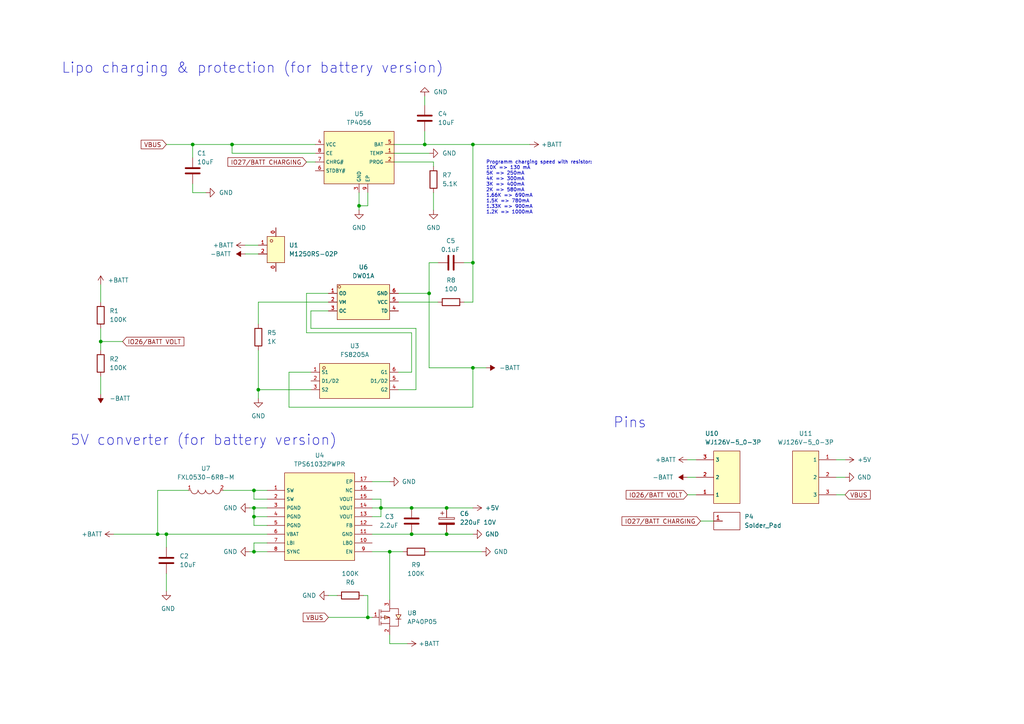
<source format=kicad_sch>
(kicad_sch (version 20211123) (generator eeschema)
  (paper "A4")
  (lib_symbols
    (symbol "Device:0.1uF_0603" (pin_numbers hide) (pin_names (offset 0.254))
      (property "Reference" "C" (at 0.635 2.54 0))
      (property "Value" "0.1uF_0603" (at 0.635 -2.54 0))
      (symbol "0.1uF_0603_0_1"
        (polyline (pts (xy -2.032 -0.762) (xy 2.032 -0.762)) (stroke (width 0.508)))
        (polyline (pts (xy -2.032 0.762) (xy 2.032 0.762)) (stroke (width 0.508)))
      )
      (symbol "0.1uF_0603_1_1"
        (pin passive line (at 0 3.81 270) (length 2.794) (name "~") (number "1"))
        (pin passive line (at 0 -3.81 90) (length 2.794) (name "~") (number "2"))
      )
    )
    (symbol "Device:10uF 0603" (pin_numbers hide) (pin_names (offset 0.254))
      (property "Reference" "C" (at 0.635 2.54 0))
      (property "Value" "10uF 0603" (at 0.635 -2.54 0))
      (symbol "10uF 0603_0_1"
        (polyline (pts (xy -2.032 -0.762) (xy 2.032 -0.762)) (stroke (width 0.508)))
        (polyline (pts (xy -2.032 0.762) (xy 2.032 0.762)) (stroke (width 0.508)))
      )
      (symbol "10uF 0603_1_1"
        (pin passive line (at 0 3.81 270) (length 2.794) (name "~") (number "1"))
        (pin passive line (at 0 -3.81 90) (length 2.794) (name "~") (number "2"))
      )
    )
    (symbol "Device:1K_0603" (pin_numbers hide) (pin_names (offset 0))
      (property "Reference" "R" (at 2.032 0 90))
      (property "Value" "1K_0603" (at 0 0 90))
      (symbol "1K_0603_0_1"
        (rectangle (start -1.016 -2.54) (end 1.016 2.54) (stroke (width 0.254)))
      )
      (symbol "1K_0603_1_1"
        (pin passive line (at 0 3.81 270) (length 1.27) (name "~") (number "1"))
        (pin passive line (at 0 -3.81 90) (length 1.27) (name "~") (number "2"))
      )
    )
    (symbol "Device:220uF 10V 6.3x5.4mm" (pin_numbers hide) (pin_names (offset 0.254))
      (property "Reference" "C" (at 0.635 2.54 0))
      (property "Value" "220uF 10V 6.3x5.4mm" (at 0.635 -2.54 0))
      (symbol "220uF 10V 6.3x5.4mm_0_1"
        (rectangle (start -2.286 0.508) (end 2.286 1.016))
        (polyline (pts (xy -1.778 2.286) (xy -0.762 2.286)))
        (polyline (pts (xy -1.27 2.794) (xy -1.27 1.778)))
        (rectangle (start 2.286 -0.508) (end -2.286 -1.016) (fill (type outline)))
      )
      (symbol "220uF 10V 6.3x5.4mm_1_1"
        (pin passive line (at 0 3.81 270) (length 2.794) (name "~") (number "1"))
        (pin passive line (at 0 -3.81 90) (length 2.794) (name "~") (number "2"))
      )
    )
    (symbol "Device:C" (pin_numbers hide) (pin_names (offset 0.254))
      (property "Reference" "C" (at 0.635 2.54 0))
      (property "Value" "C" (at 0.635 -2.54 0))
      (symbol "C_0_1"
        (polyline (pts (xy -2.032 -0.762) (xy 2.032 -0.762)) (stroke (width 0.508)))
        (polyline (pts (xy -2.032 0.762) (xy 2.032 0.762)) (stroke (width 0.508)))
      )
      (symbol "C_1_1"
        (pin passive line (at 0 3.81 270) (length 2.794) (name "~") (number "1"))
        (pin passive line (at 0 -3.81 90) (length 2.794) (name "~") (number "2"))
      )
    )
    (symbol "Device:R" (pin_numbers hide) (pin_names (offset 0))
      (property "Reference" "R" (at 2.032 0 90))
      (property "Value" "R" (at 0 0 90))
      (symbol "R_0_1"
        (rectangle (start -1.016 -2.54) (end 1.016 2.54) (stroke (width 0.254)))
      )
      (symbol "R_1_1"
        (pin passive line (at 0 3.81 270) (length 1.27) (name "~") (number "1"))
        (pin passive line (at 0 -3.81 90) (length 1.27) (name "~") (number "2"))
      )
    )
    (symbol "MyParts:AP40P05" (pin_names hide)
      (property "Reference" "U" (at -6.35 6.35 0))
      (property "Value" "AP40P05" (at -6.35 2.54 0))
      (symbol "AP40P05_0_0"
        (polyline (pts (xy -3.048 1.016) (xy -3.048 -3.556)))
        (polyline (pts (xy -2.54 -3.556) (xy -2.54 -2.54)))
        (polyline (pts (xy -2.54 -1.778) (xy -2.54 -0.762)))
        (polyline (pts (xy -2.54 0) (xy -2.54 1.016)))
        (polyline (pts (xy 0 -3.048) (xy -2.54 -3.048)))
        (polyline (pts (xy 0 0.508) (xy -2.54 0.508)))
        (polyline (pts (xy -2.54 -1.27) (xy 0 -1.27) (xy 0 -3.81)))
        (polyline (pts (xy 0 -3.81) (xy 2.54 -3.81) (xy 2.54 -1.778)))
        (polyline (pts (xy 0 -1.27) (xy -1.524 -0.762) (xy -1.524 -1.778) (xy 0 -1.27)) (fill (type background)))
        (polyline (pts (xy 0 0.508) (xy 0 1.27) (xy 2.54 1.27) (xy 2.54 -0.508)))
        (polyline (pts (xy 2.54 -1.778) (xy 3.302 -0.508) (xy 1.778 -0.508) (xy 2.54 -1.778)) (fill (type background)))
        (polyline (pts (xy 3.302 -1.778) (xy 3.048 -1.778) (xy 2.032 -1.778) (xy 1.778 -1.778)))
        (pin unspecified line (at -5.08 -1.27 0) (length 2.032) (name "G") (number "1"))
        (pin unspecified line (at 0 -6.35 90) (length 2.54) (name "S") (number "2"))
        (pin unspecified line (at 0 3.81 270) (length 2.54) (name "D") (number "3"))
      )
    )
    (symbol "MyParts:DW01A"
      (property "Reference" "U" (at 0 8.89 0))
      (property "Value" "DW01A" (at 0 6.35 0))
      (symbol "DW01A_0_0"
        (rectangle (start -7.62 5.08) (end 7.62 -5.08) (fill (type background)))
        (circle (center -6.985 4.445) (radius 0.381) (fill (type background)))
        (pin unspecified line (at -10.16 2.54 0) (length 2.54) (name "OD") (number "1"))
        (pin unspecified line (at -10.16 0 0) (length 2.54) (name "VM") (number "2"))
        (pin unspecified line (at -10.16 -2.54 0) (length 2.54) (name "OC") (number "3"))
        (pin unspecified line (at 10.16 -2.54 180) (length 2.54) (name "TD") (number "4"))
        (pin unspecified line (at 10.16 0 180) (length 2.54) (name "VCC") (number "5"))
        (pin unspecified line (at 10.16 2.54 180) (length 2.54) (name "GND") (number "6"))
      )
    )
    (symbol "MyParts:FS8205A"
      (property "Reference" "U" (at 0 10.16 0))
      (property "Value" "FS8205A" (at 0 7.62 0))
      (symbol "FS8205A_0_0"
        (rectangle (start -10.16 5.08) (end 10.16 -5.08) (fill (type background)))
        (circle (center -8.89 3.81) (radius 0.381) (fill (type background)))
        (pin unspecified line (at -12.7 2.54 0) (length 2.54) (name "S1") (number "1"))
        (pin unspecified line (at -12.7 0 0) (length 2.54) (name "D1/D2") (number "2"))
        (pin unspecified line (at -12.7 -2.54 0) (length 2.54) (name "S2") (number "3"))
        (pin unspecified line (at 12.7 -2.54 180) (length 2.54) (name "G2") (number "4"))
        (pin unspecified line (at 12.7 0 180) (length 2.54) (name "D1/D2") (number "5"))
        (pin unspecified line (at 12.7 2.54 180) (length 2.54) (name "G1") (number "6"))
      )
    )
    (symbol "MyParts:FXL0530-6R8-M" (pin_names hide)
      (property "Reference" "U" (at 0 1.27 0))
      (property "Value" "FXL0530-6R8-M" (at 0 -2.54 0))
      (symbol "FXL0530-6R8-M_0_0"
        (arc (start -4.2859 -12.801) (mid -3.1591 -13.6924) (end -2.2676 -12.5655))
        (arc (start -2.1312 -12.8003) (mid -1.0043 -13.6919) (end -0.1129 -12.5649))
        (arc (start 0.0194 -12.8003) (mid 1.1463 -13.6919) (end 2.0377 -12.5649))
        (arc (start 2.2122 -12.8008) (mid 3.3391 -13.6924) (end 4.2305 -12.5654))
        (pin unspecified line (at -5.08 -12.7 0) (length 0.762) (name "1") (number "1"))
        (pin unspecified line (at 5.08 -12.7 180) (length 0.762) (name "2") (number "2"))
      )
    )
    (symbol "MyParts:M1250RS-02P" (pin_names hide)
      (property "Reference" "U" (at 0 1.27 0))
      (property "Value" "M1250RS-02P" (at 0 -2.54 0))
      (symbol "M1250RS-02P_0_0"
        (rectangle (start -5.08 -10.16) (end 0 -17.78) (fill (type background)))
        (circle (center -3.81 -11.43) (radius 0.381) (fill (type background)))
        (pin unspecified line (at -2.54 -20.32 90) (length 2.54) (name "0") (number "0"))
        (pin unspecified line (at -2.54 -7.62 270) (length 2.54) (name "0") (number "0"))
        (pin unspecified line (at -7.62 -12.7 0) (length 2.54) (name "1") (number "1"))
        (pin unspecified line (at -7.62 -15.24 0) (length 2.54) (name "2") (number "2"))
      )
    )
    (symbol "MyParts:Solder_Pad"
      (property "Reference" "P" (at 0 3.81 0))
      (property "Value" "Solder_Pad" (at 0 -2.54 0))
      (symbol "Solder_Pad_0_1"
        (rectangle (start 0 2.54) (end 7.62 -2.54) (stroke (width 0.1524)))
      )
      (symbol "Solder_Pad_1_1"
        (pin bidirectional line (at 0 0 0) (length 2.54) (name "") (number "1"))
      )
    )
    (symbol "MyParts:TP4056"
      (property "Reference" "U" (at 0 12.7 0))
      (property "Value" "TP4056" (at 0 10.16 0))
      (symbol "TP4056_0_0"
        (rectangle (start -10.16 7.62) (end 10.16 -7.62) (fill (type background)))
        (pin unspecified line (at 10.16 1.27 180) (length 2.54) (name "TEMP") (number "1"))
        (pin unspecified line (at 10.16 -1.27 180) (length 2.54) (name "PROG") (number "2"))
        (pin unspecified line (at 0 -10.16 90) (length 2.54) (name "GND") (number "3"))
        (pin unspecified line (at -12.7 3.81 0) (length 2.54) (name "VCC") (number "4"))
        (pin unspecified line (at 10.16 3.81 180) (length 2.54) (name "BAT") (number "5"))
        (pin unspecified line (at -12.7 -3.81 0) (length 2.54) (name "STDBY#") (number "6"))
        (pin unspecified line (at -12.7 -1.27 0) (length 2.54) (name "CHRG#") (number "7"))
        (pin unspecified line (at -12.7 1.27 0) (length 2.54) (name "CE") (number "8"))
        (pin unspecified line (at 2.54 -10.16 90) (length 2.54) (name "EP") (number "9"))
      )
    )
    (symbol "MyParts:TPS61032PWPR"
      (property "Reference" "U" (at 0 1.27 0))
      (property "Value" "TPS61032PWPR" (at 0 -2.54 0))
      (symbol "TPS61032PWPR_0_0"
        (rectangle (start -10.16 0) (end 10.16 -25.4) (fill (type background)))
        (pin unspecified line (at -15.24 -5.08 0) (length 5.08) (name "SW") (number "1"))
        (pin unspecified line (at 15.24 -20.32 180) (length 5.08) (name "LBO") (number "10"))
        (pin unspecified line (at 15.24 -17.78 180) (length 5.08) (name "GND") (number "11"))
        (pin unspecified line (at 15.24 -15.24 180) (length 5.08) (name "FB") (number "12"))
        (pin unspecified line (at 15.24 -12.7 180) (length 5.08) (name "VOUT") (number "13"))
        (pin unspecified line (at 15.24 -10.16 180) (length 5.08) (name "VOUT") (number "14"))
        (pin unspecified line (at 15.24 -7.62 180) (length 5.08) (name "VOUT") (number "15"))
        (pin unspecified line (at 15.24 -5.08 180) (length 5.08) (name "NC") (number "16"))
        (pin unspecified line (at 15.24 -2.54 180) (length 5.08) (name "EP") (number "17"))
        (pin unspecified line (at -15.24 -7.62 0) (length 5.08) (name "SW") (number "2"))
        (pin unspecified line (at -15.24 -10.16 0) (length 5.08) (name "PGND") (number "3"))
        (pin unspecified line (at -15.24 -12.7 0) (length 5.08) (name "PGND") (number "4"))
        (pin unspecified line (at -15.24 -15.24 0) (length 5.08) (name "PGND") (number "5"))
        (pin unspecified line (at -15.24 -17.78 0) (length 5.08) (name "VBAT") (number "6"))
        (pin unspecified line (at -15.24 -20.32 0) (length 5.08) (name "LBI") (number "7"))
        (pin unspecified line (at -15.24 -22.86 0) (length 5.08) (name "SYNC") (number "8"))
        (pin unspecified line (at 15.24 -22.86 180) (length 5.08) (name "EN") (number "9"))
      )
    )
    (symbol "MyParts:WJ126V-5_0-3P"
      (property "Reference" "U" (at 0 1.27 0))
      (property "Value" "WJ126V-5_0-3P" (at 0 -2.54 0))
      (symbol "WJ126V-5_0-3P_0_0"
        (rectangle (start -3.81 -5.08) (end 3.81 -20.32) (fill (type background)))
        (pin input line (at 8.89 -7.62 180) (length 5.08) (name "1") (number "1"))
        (pin input line (at 8.89 -12.7 180) (length 5.08) (name "2") (number "2"))
        (pin input line (at 8.89 -17.78 180) (length 5.08) (name "3") (number "3"))
      )
    )
    (symbol "WJ126V-5_0-3P_1"
      (property "Reference" "U" (at 0 1.27 0))
      (property "Value" "WJ126V-5_0-3P_1" (at 0 -2.54 0))
      (symbol "WJ126V-5_0-3P_1_0_0"
        (rectangle (start -3.81 -5.08) (end 3.81 -20.32) (fill (type background)))
        (pin input line (at 8.89 -7.62 180) (length 5.08) (name "1") (number "1"))
        (pin input line (at 8.89 -12.7 180) (length 5.08) (name "2") (number "2"))
        (pin input line (at 8.89 -17.78 180) (length 5.08) (name "3") (number "3"))
      )
    )
    (symbol "power:+5V" (power) (pin_names (offset 0))
      (property "Value" "+5V" (at 0 3.556 0))
      (symbol "+5V_0_1"
        (polyline (pts (xy -0.762 1.27) (xy 0 2.54)))
        (polyline (pts (xy 0 0) (xy 0 2.54)))
        (polyline (pts (xy 0 2.54) (xy 0.762 1.27)))
      )
      (symbol "+5V_1_1"
        (pin power_in line (at 0 0 90) (length 0) hide (name "+5V") (number "1"))
      )
    )
    (symbol "power:+BATT" (power) (pin_names (offset 0))
      (property "Value" "+BATT" (at 0 3.556 0))
      (symbol "+BATT_0_1"
        (polyline (pts (xy -0.762 1.27) (xy 0 2.54)))
        (polyline (pts (xy 0 0) (xy 0 2.54)))
        (polyline (pts (xy 0 2.54) (xy 0.762 1.27)))
      )
      (symbol "+BATT_1_1"
        (pin power_in line (at 0 0 90) (length 0) hide (name "+BATT") (number "1"))
      )
    )
    (symbol "power:-BATT" (power) (pin_names (offset 0))
      (property "Value" "-BATT" (at 0 3.556 0))
      (symbol "-BATT_0_1"
        (polyline (pts (xy 0 0) (xy 0 2.54)))
        (polyline (pts (xy 0.762 1.27) (xy -0.762 1.27) (xy 0 2.54) (xy 0.762 1.27)) (fill (type outline)))
      )
      (symbol "-BATT_1_1"
        (pin power_in line (at 0 0 90) (length 0) hide (name "-BATT") (number "1"))
      )
    )
    (symbol "power:GND" (power) (pin_names (offset 0))
      (property "Value" "GND" (at 0 -3.81 0))
      (symbol "GND_0_1"
        (polyline (pts (xy 0 0) (xy 0 -1.27) (xy 1.27 -1.27) (xy 0 -2.54) (xy -1.27 -1.27) (xy 0 -1.27)))
      )
      (symbol "GND_1_1"
        (pin power_in line (at 0 0 270) (length 0) hide (name "GND") (number "1"))
      )
    )
  )
  (junction (at 74.93 113.03))
  (junction (at 110.49 147.32))
  (junction (at 104.14 59.69))
  (junction (at 119.38 147.32))
  (junction (at 73.66 147.32))
  (junction (at 129.54 154.94))
  (junction (at 29.21 99.06))
  (junction (at 106.68 179.07))
  (junction (at 119.38 154.94))
  (junction (at 113.03 160.02))
  (junction (at 73.66 160.02))
  (junction (at 55.88 41.91))
  (junction (at 123.19 41.91))
  (junction (at 137.16 76.2))
  (junction (at 137.16 41.91))
  (junction (at 124.46 85.09))
  (junction (at 73.66 142.24))
  (junction (at 48.26 154.94))
  (junction (at 73.66 149.86))
  (junction (at 129.54 147.32))
  (junction (at 137.16 106.68))
  (junction (at 67.31 41.91))
  (junction (at 45.72 154.94))
  (wire (pts (xy 95.25 172.72) (xy 97.79 172.72)))
  (wire (pts (xy 77.47 152.4) (xy 73.66 152.4)))
  (wire (pts (xy 74.93 113.03) (xy 74.93 115.57)))
  (wire (pts (xy 54.61 142.24) (xy 45.72 142.24)))
  (wire (pts (xy 90.17 95.25) (xy 120.65 95.25)))
  (wire (pts (xy 48.26 166.37) (xy 48.26 171.45)))
  (wire (pts (xy 199.39 138.43) (xy 201.93 138.43)))
  (wire (pts (xy 67.31 44.45) (xy 67.31 41.91)))
  (wire (pts (xy 118.11 186.69) (xy 113.03 186.69)))
  (wire (pts (xy 124.46 76.2) (xy 124.46 85.09)))
  (wire (pts (xy 107.95 139.7) (xy 113.03 139.7)))
  (wire (pts (xy 74.93 113.03) (xy 90.17 113.03)))
  (wire (pts (xy 29.21 99.06) (xy 35.56 99.06)))
  (wire (pts (xy 199.39 133.35) (xy 201.93 133.35)))
  (wire (pts (xy 95.25 90.17) (xy 90.17 90.17)))
  (wire (pts (xy 110.49 147.32) (xy 119.38 147.32)))
  (wire (pts (xy 137.16 41.91) (xy 153.67 41.91)))
  (wire (pts (xy 104.14 59.69) (xy 104.14 60.96)))
  (wire (pts (xy 106.68 59.69) (xy 104.14 59.69)))
  (wire (pts (xy 88.9 85.09) (xy 95.25 85.09)))
  (wire (pts (xy 77.47 144.78) (xy 73.66 144.78)))
  (wire (pts (xy 29.21 109.22) (xy 29.21 114.3)))
  (wire (pts (xy 106.68 172.72) (xy 106.68 179.07)))
  (wire (pts (xy 29.21 95.25) (xy 29.21 99.06)))
  (wire (pts (xy 77.47 149.86) (xy 73.66 149.86)))
  (wire (pts (xy 137.16 106.68) (xy 124.46 106.68)))
  (wire (pts (xy 73.66 147.32) (xy 77.47 147.32)))
  (wire (pts (xy 124.46 160.02) (xy 139.7 160.02)))
  (wire (pts (xy 67.31 44.45) (xy 91.44 44.45)))
  (wire (pts (xy 110.49 149.86) (xy 110.49 147.32)))
  (wire (pts (xy 29.21 99.06) (xy 29.21 101.6)))
  (wire (pts (xy 74.93 101.6) (xy 74.93 113.03)))
  (wire (pts (xy 95.25 87.63) (xy 74.93 87.63)))
  (wire (pts (xy 29.21 82.55) (xy 29.21 87.63)))
  (wire (pts (xy 119.38 154.94) (xy 129.54 154.94)))
  (wire (pts (xy 64.77 142.24) (xy 73.66 142.24)))
  (wire (pts (xy 140.97 106.68) (xy 137.16 106.68)))
  (wire (pts (xy 90.17 90.17) (xy 90.17 95.25)))
  (wire (pts (xy 73.66 160.02) (xy 77.47 160.02)))
  (wire (pts (xy 114.3 44.45) (xy 124.46 44.45)))
  (wire (pts (xy 123.19 41.91) (xy 123.19 38.1)))
  (wire (pts (xy 77.47 157.48) (xy 73.66 157.48)))
  (wire (pts (xy 48.26 41.91) (xy 55.88 41.91)))
  (wire (pts (xy 72.39 160.02) (xy 73.66 160.02)))
  (wire (pts (xy 115.57 85.09) (xy 124.46 85.09)))
  (wire (pts (xy 73.66 157.48) (xy 73.66 160.02)))
  (wire (pts (xy 88.9 96.52) (xy 88.9 85.09)))
  (wire (pts (xy 83.82 107.95) (xy 90.17 107.95)))
  (wire (pts (xy 115.57 113.03) (xy 120.65 113.03)))
  (wire (pts (xy 120.65 95.25) (xy 120.65 113.03)))
  (wire (pts (xy 134.62 87.63) (xy 137.16 87.63)))
  (wire (pts (xy 113.03 186.69) (xy 113.03 184.15)))
  (wire (pts (xy 106.68 179.07) (xy 107.95 179.07)))
  (wire (pts (xy 107.95 160.02) (xy 113.03 160.02)))
  (wire (pts (xy 45.72 142.24) (xy 45.72 154.94)))
  (wire (pts (xy 106.68 55.88) (xy 106.68 59.69)))
  (wire (pts (xy 107.95 147.32) (xy 110.49 147.32)))
  (wire (pts (xy 55.88 41.91) (xy 67.31 41.91)))
  (wire (pts (xy 129.54 154.94) (xy 137.16 154.94)))
  (wire (pts (xy 114.3 46.99) (xy 125.73 46.99)))
  (wire (pts (xy 134.62 76.2) (xy 137.16 76.2)))
  (wire (pts (xy 242.57 133.35) (xy 245.11 133.35)))
  (wire (pts (xy 73.66 144.78) (xy 73.66 142.24)))
  (wire (pts (xy 137.16 118.11) (xy 137.16 106.68)))
  (wire (pts (xy 115.57 107.95) (xy 119.38 107.95)))
  (wire (pts (xy 119.38 96.52) (xy 88.9 96.52)))
  (wire (pts (xy 73.66 152.4) (xy 73.66 149.86)))
  (wire (pts (xy 45.72 154.94) (xy 48.26 154.94)))
  (wire (pts (xy 107.95 144.78) (xy 110.49 144.78)))
  (wire (pts (xy 83.82 118.11) (xy 137.16 118.11)))
  (wire (pts (xy 95.25 179.07) (xy 106.68 179.07)))
  (wire (pts (xy 123.19 27.94) (xy 123.19 30.48)))
  (wire (pts (xy 123.19 41.91) (xy 137.16 41.91)))
  (wire (pts (xy 203.2 151.13) (xy 207.01 151.13)))
  (wire (pts (xy 105.41 172.72) (xy 106.68 172.72)))
  (wire (pts (xy 73.66 142.24) (xy 77.47 142.24)))
  (wire (pts (xy 137.16 41.91) (xy 137.16 76.2)))
  (wire (pts (xy 55.88 41.91) (xy 55.88 45.72)))
  (wire (pts (xy 127 76.2) (xy 124.46 76.2)))
  (wire (pts (xy 67.31 41.91) (xy 91.44 41.91)))
  (wire (pts (xy 113.03 160.02) (xy 113.03 173.99)))
  (wire (pts (xy 104.14 55.88) (xy 104.14 59.69)))
  (wire (pts (xy 137.16 76.2) (xy 137.16 87.63)))
  (wire (pts (xy 119.38 147.32) (xy 129.54 147.32)))
  (wire (pts (xy 55.88 55.88) (xy 59.69 55.88)))
  (wire (pts (xy 71.12 73.66) (xy 74.93 73.66)))
  (wire (pts (xy 114.3 41.91) (xy 123.19 41.91)))
  (wire (pts (xy 72.39 147.32) (xy 73.66 147.32)))
  (wire (pts (xy 74.93 87.63) (xy 74.93 93.98)))
  (wire (pts (xy 48.26 154.94) (xy 77.47 154.94)))
  (wire (pts (xy 119.38 107.95) (xy 119.38 96.52)))
  (wire (pts (xy 199.39 143.51) (xy 201.93 143.51)))
  (wire (pts (xy 125.73 46.99) (xy 125.73 48.26)))
  (wire (pts (xy 115.57 87.63) (xy 127 87.63)))
  (wire (pts (xy 242.57 138.43) (xy 245.11 138.43)))
  (wire (pts (xy 113.03 160.02) (xy 116.84 160.02)))
  (wire (pts (xy 124.46 106.68) (xy 124.46 85.09)))
  (wire (pts (xy 73.66 149.86) (xy 73.66 147.32)))
  (wire (pts (xy 129.54 147.32) (xy 137.16 147.32)))
  (wire (pts (xy 33.02 154.94) (xy 45.72 154.94)))
  (wire (pts (xy 110.49 144.78) (xy 110.49 147.32)))
  (wire (pts (xy 242.57 143.51) (xy 245.11 143.51)))
  (wire (pts (xy 125.73 55.88) (xy 125.73 60.96)))
  (wire (pts (xy 71.12 71.12) (xy 74.93 71.12)))
  (wire (pts (xy 107.95 149.86) (xy 110.49 149.86)))
  (wire (pts (xy 88.9 46.99) (xy 91.44 46.99)))
  (wire (pts (xy 55.88 53.34) (xy 55.88 55.88)))
  (wire (pts (xy 48.26 154.94) (xy 48.26 158.75)))
  (wire (pts (xy 107.95 154.94) (xy 119.38 154.94)))
  (wire (pts (xy 83.82 118.11) (xy 83.82 107.95)))
  (text "Lipo charging & protection (for battery version)" (at 17.78 21.59 0) (effects (font (size 3 3)) (justify left bottom)))
  (text "Pins" (at 177.8 124.46 0) (effects (font (size 3 3)) (justify left bottom)))
  (text "Programm charging speed with resistor:\n10K => 130 mA \n5K => 250mA\n4K => 300mA\n3K => 400mA \n2K => 580mA \n1.66K => 690mA\n1.5K => 780mA \n1.33K => 900mA\n1.2K => 1000mA" (at 140.97 62.23 0) (effects (font (size 1 1)) (justify left bottom)))
  (text "5V converter (for battery version)" (at 20.32 129.54 0) (effects (font (size 3 3)) (justify left bottom)))
  (global_label "VBUS" (shape input) (at 95.25 179.07 180) (property "Intersheet References" "${INTERSHEET_REFS}" (effects hide)))
  (global_label "IO26{slash}BATT VOLT" (shape input) (at 35.56 99.06 0) (property "Intersheet References" "${INTERSHEET_REFS}" (effects hide)))
  (global_label "IO27{slash}BATT CHARGING" (shape input) (at 88.9 46.99 180) (property "Intersheet References" "${INTERSHEET_REFS}" (effects hide)))
  (global_label "IO27{slash}BATT CHARGING" (shape input) (at 203.2 151.13 180) (property "Intersheet References" "${INTERSHEET_REFS}" (effects hide)))
  (global_label "VBUS" (shape input) (at 48.26 41.91 180) (property "Intersheet References" "${INTERSHEET_REFS}" (effects hide)))
  (global_label "IO26{slash}BATT VOLT" (shape input) (at 199.39 143.51 180) (property "Intersheet References" "${INTERSHEET_REFS}" (effects hide)))
  (global_label "VBUS" (shape input) (at 245.11 143.51 0) (property "Intersheet References" "${INTERSHEET_REFS}" (effects hide)))
  (symbol (lib_id "power:+BATT") (at 71.12 71.12 90) (unit 1)
    (property "Reference" "#PWR0119" (effects hide))
    (property "Value" "+BATT" (at 64.77 71.12 90))
  )
  (symbol (lib_id "power:GND") (at 125.73 60.96 0) (unit 1)
    (property "Reference" "#PWR0110" (effects hide))
    (property "Value" "GND" (at 125.73 66.04 0))
  )
  (symbol (lib_id "power:GND") (at 113.03 139.7 90) (mirror x) (unit 1)
    (property "Reference" "#PWR0103" (effects hide))
    (property "Value" "GND" (at 120.65 139.7 90) (effects (justify left)))
  )
  (symbol (lib_id "Device:R") (at 29.21 91.44 180) (unit 1)
    (property "Reference" "R1" (at 31.75 90.1699 0) (effects (justify right)))
    (property "Value" "100K" (at 31.75 92.7099 0) (effects (justify right)))
    (property "Footprint" "Resistor_SMD:R_0603_1608Metric_Pad0.98x0.95mm_HandSolder" (effects hide))
    (property "LCSC #" "C25803" (effects hide))
  )
  (symbol (lib_id "power:+BATT") (at 199.39 133.35 90) (unit 1)
    (property "Reference" "#PWR0120" (effects hide))
    (property "Value" "+BATT" (at 193.04 133.35 90))
  )
  (symbol (lib_id "MyParts:FS8205A") (at 102.87 110.49 0) (unit 1)
    (property "Reference" "U3" (at 102.87 100.33 0))
    (property "Value" "FS8205A" (at 102.87 102.87 0))
    (property "Footprint" "footprint:SOT-23-6_L2.9-W1.6-P0.95-LS2.8-BR" (effects hide))
    (property "LCSC #" "C908265" (effects hide))
  )
  (symbol (lib_id "power:+BATT") (at 29.21 82.55 0) (unit 1)
    (property "Reference" "#PWR0116" (effects hide))
    (property "Value" "+BATT" (at 34.29 81.28 0))
  )
  (symbol (lib_id "Device:R") (at 101.6 172.72 270) (unit 1)
    (property "Reference" "R6" (at 101.6 168.91 90))
    (property "Value" "100K" (at 101.6 166.37 90))
    (property "Footprint" "Resistor_SMD:R_0603_1608Metric_Pad0.98x0.95mm_HandSolder" (effects hide))
    (property "LCSC #" "C25803" (effects hide))
  )
  (symbol (lib_id "power:GND") (at 72.39 160.02 270) (mirror x) (unit 1)
    (property "Reference" "#PWR0107" (effects hide))
    (property "Value" "GND" (at 64.77 160.02 90) (effects (justify left)))
  )
  (symbol (lib_id "Device:C") (at 48.26 162.56 0) (unit 1)
    (property "Reference" "C2" (at 52.07 161.2899 0) (effects (justify left)))
    (property "Value" "10uF" (at 52.07 163.8299 0) (effects (justify left)))
    (property "Footprint" "Capacitor_SMD:C_0603_1608Metric_Pad1.08x0.95mm_HandSolder" (effects hide))
    (property "LCSC #" "C19702" (effects hide))
  )
  (symbol (lib_id "power:GND") (at 124.46 44.45 90) (unit 1)
    (property "Reference" "#PWR0111" (effects hide))
    (property "Value" "GND" (at 128.27 44.4499 90) (effects (justify right)))
  )
  (symbol (lib_id "power:GND") (at 137.16 154.94 90) (mirror x) (unit 1)
    (property "Reference" "#PWR0126" (effects hide))
    (property "Value" "GND" (at 144.78 154.94 90) (effects (justify left)))
  )
  (symbol (lib_id "power:GND") (at 139.7 160.02 90) (mirror x) (unit 1)
    (property "Reference" "#PWR0130" (effects hide))
    (property "Value" "GND" (at 147.32 160.02 90) (effects (justify left)))
  )
  (symbol (lib_id "Device:R") (at 120.65 160.02 90) (unit 1)
    (property "Reference" "R9" (at 120.65 163.83 90))
    (property "Value" "100K" (at 120.65 166.37 90))
    (property "Footprint" "Resistor_SMD:R_0603_1608Metric_Pad0.98x0.95mm_HandSolder" (effects hide))
    (property "LCSC #" "C25803" (effects hide))
  )
  (symbol (lib_id "power:GND") (at 245.11 138.43 90) (mirror x) (unit 1)
    (property "Reference" "#PWR0125" (effects hide))
    (property "Value" "GND" (at 252.73 138.43 90) (effects (justify left)))
  )
  (symbol (lib_id "Device:10uF 0603") (at 123.19 34.29 180) (unit 1)
    (property "Reference" "C4" (at 127 33.02 0) (effects (justify right)))
    (property "Value" "10uF" (at 127 35.56 0) (effects (justify right)))
    (property "Footprint" "Capacitor_SMD:C_0603_1608Metric_Pad1.08x0.95mm_HandSolder" (effects hide))
    (property "LCSC #" "C19702" (effects hide))
  )
  (symbol (lib_id "Device:1K_0603") (at 74.93 97.79 180) (unit 1)
    (property "Reference" "R5" (at 77.47 96.5199 0) (effects (justify right)))
    (property "Value" "1K" (at 77.47 99.0599 0) (effects (justify right)))
    (property "Footprint" "Resistor_SMD:R_0603_1608Metric_Pad0.98x0.95mm_HandSolder" (effects hide))
    (property "LCSC #" "C21190" (effects hide))
  )
  (symbol (lib_id "power:GND") (at 104.14 60.96 0) (unit 1)
    (property "Reference" "#PWR0109" (effects hide))
    (property "Value" "GND" (at 104.14 66.04 0))
  )
  (symbol (lib_id "power:GND") (at 74.93 115.57 0) (unit 1)
    (property "Reference" "#PWR0104" (effects hide))
    (property "Value" "GND" (at 74.93 120.65 0))
  )
  (symbol (lib_id "MyParts:WJ126V-5_0-3P") (at 210.82 151.13 180) (unit 1)
    (property "Reference" "U10" (at 204.47 125.73 0) (effects (justify right)))
    (property "Value" "WJ126V-5_0-3P" (at 204.47 128.27 0) (effects (justify right)))
    (property "Footprint" "footprint:CONN-TH_3P-P5.00_WJ126V-5.0-3P" (effects hide))
    (property "Datasheet" "https://lcsc.com/product-detail/Pluggable-System-Terminal-Block_Ningbo-Kangnex-Elec-WJ126V-5-0-3P_C8401.html" (effects hide))
    (property "LCSC" "C8401" (effects hide))
  )
  (symbol (lib_id "Device:0.1uF_0603") (at 119.38 151.13 180) (unit 1)
    (property "Reference" "C3" (at 114.3 149.86 0) (effects (justify left)))
    (property "Value" "2.2uF" (at 115.57 152.4 0) (effects (justify left)))
    (property "Footprint" "Capacitor_SMD:C_0603_1608Metric_Pad1.08x0.95mm_HandSolder" (effects hide))
    (property "LCSC #" "C23630" (effects hide))
  )
  (symbol (lib_id "power:-BATT") (at 29.21 114.3 180) (unit 1)
    (property "Reference" "#PWR0117" (effects hide))
    (property "Value" "-BATT" (at 31.75 115.5699 0) (effects (justify right)))
  )
  (symbol (lib_id "Device:R") (at 29.21 105.41 180) (unit 1)
    (property "Reference" "R2" (at 31.75 104.1399 0) (effects (justify right)))
    (property "Value" "100K" (at 31.75 106.6799 0) (effects (justify right)))
    (property "Footprint" "Resistor_SMD:R_0603_1608Metric_Pad0.98x0.95mm_HandSolder" (effects hide))
    (property "LCSC #" "C25803" (effects hide))
  )
  (symbol (lib_id "Device:R") (at 130.81 87.63 90) (unit 1)
    (property "Reference" "R8" (at 130.81 81.28 90))
    (property "Value" "100" (at 130.81 83.82 90))
    (property "Footprint" "Resistor_SMD:R_0603_1608Metric_Pad0.98x0.95mm_HandSolder" (effects hide))
    (property "LCSC #" "C22775" (effects hide))
  )
  (symbol (lib_id "power:+BATT") (at 153.67 41.91 270) (unit 1)
    (property "Reference" "#PWR0112" (effects hide))
    (property "Value" "+BATT" (at 160.02 41.91 90))
  )
  (symbol (lib_id "Device:0.1uF_0603") (at 130.81 76.2 90) (unit 1)
    (property "Reference" "C5" (at 132.08 69.85 90) (effects (justify left)))
    (property "Value" "0.1uF" (at 133.35 72.39 90) (effects (justify left)))
    (property "Footprint" "Capacitor_SMD:C_0603_1608Metric_Pad1.08x0.95mm_HandSolder" (effects hide))
    (property "LCSC #" "C14663" (effects hide))
  )
  (symbol (lib_id "power:+5V") (at 137.16 147.32 270) (unit 1)
    (property "Reference" "#PWR0108" (effects hide))
    (property "Value" "+5V" (at 144.78 147.32 90) (effects (justify right)))
  )
  (symbol (lib_id "power:-BATT") (at 199.39 138.43 90) (unit 1)
    (property "Reference" "#PWR0121" (effects hide))
    (property "Value" "-BATT" (at 189.23 138.43 90) (effects (justify right)))
  )
  (symbol (lib_id "MyParts:M1250RS-02P") (at 82.55 58.42 0) (unit 1)
    (property "Reference" "U1" (at 83.82 71.1199 0) (effects (justify left)))
    (property "Value" "M1250RS-02P" (at 83.82 73.6599 0) (effects (justify left)))
    (property "Footprint" "footprint:CONN-SMD_2P-P1.25_L4.4-W7.4" (effects hide))
    (property "LCSC #" "C481424" (effects hide))
  )
  (symbol (lib_id "power:+BATT") (at 33.02 154.94 90) (unit 1)
    (property "Reference" "#PWR0102" (effects hide))
    (property "Value" "+BATT" (at 26.67 154.94 90))
  )
  (symbol (lib_id "power:GND") (at 59.69 55.88 90) (unit 1)
    (property "Reference" "#PWR0115" (effects hide))
    (property "Value" "GND" (at 63.5 55.8799 90) (effects (justify right)))
  )
  (symbol (lib_id "MyParts:AP40P05") (at 113.03 177.8 0) (unit 1)
    (property "Reference" "U8" (at 118.11 177.7999 0) (effects (justify left)))
    (property "Value" "AP40P05" (at 118.11 180.3399 0) (effects (justify left)))
    (property "Footprint" "footprint:SOT-23-3_L2.9-W1.3-P1.90-LS2.4-BR" (effects hide))
    (property "Datasheet" "https://www.diodes.com/assets/Package-Files/SOT23.pdf" (effects hide))
    (property "LCSC #" "C2886385" (effects hide))
  )
  (symbol (lib_id "MyParts:TP4056") (at 104.14 45.72 0) (unit 1)
    (property "Reference" "U5" (at 104.14 33.02 0))
    (property "Value" "TP4056" (at 104.14 35.56 0))
    (property "Footprint" "footprint:ESOP-8_L4.9-W3.9-P1.27-LS6.0-BL-EP" (effects hide))
    (property "LCSC #" "C382139" (effects hide))
  )
  (symbol (lib_id "power:GND") (at 72.39 147.32 270) (mirror x) (unit 1)
    (property "Reference" "#PWR0105" (effects hide))
    (property "Value" "GND" (at 64.77 147.32 90) (effects (justify left)))
  )
  (symbol (lib_id "Device:R") (at 125.73 52.07 0) (unit 1)
    (property "Reference" "R7" (at 128.27 50.7999 0) (effects (justify left)))
    (property "Value" "5.1K" (at 128.27 53.3399 0) (effects (justify left)))
    (property "Footprint" "Resistor_SMD:R_0603_1608Metric_Pad0.98x0.95mm_HandSolder" (effects hide))
    (property "LCSC #" "C23186" (effects hide))
  )
  (symbol (lib_id "Device:220uF 10V 6.3x5.4mm") (at 129.54 151.13 0) (unit 1)
    (property "Reference" "C6" (at 133.35 148.9709 0) (effects (justify left)))
    (property "Value" "220uF 10V" (at 133.35 151.5109 0) (effects (justify left)))
    (property "Footprint" "Capacitor_SMD:CP_Elec_6.3x5.4" (effects hide))
    (property "LCSC Part #" "C267466" (effects hide))
  )
  (symbol (lib_id "MyParts:TPS61032PWPR") (at 92.71 137.16 0) (unit 1)
    (property "Reference" "U4" (at 92.71 132.08 0))
    (property "Value" "TPS61032PWPR" (at 92.71 134.62 0))
    (property "Footprint" "Package_SO:HTSSOP-16-1EP_4.4x5mm_P0.65mm_EP3.4x5mm_Mask2.46x2.31mm" (effects hide))
    (property "Datasheet" "https://item.szlcsc.com/80223.html" (effects hide))
    (property "LCSC" "C88716" (effects hide))
  )
  (symbol (lib_id "power:GND") (at 95.25 172.72 270) (mirror x) (unit 1)
    (property "Reference" "#PWR0106" (effects hide))
    (property "Value" "GND" (at 87.63 172.72 90) (effects (justify left)))
  )
  (symbol (lib_name "WJ126V-5_0-3P_1") (lib_id "MyParts:WJ126V-5_0-3P") (at 233.68 125.73 0) (unit 1)
    (property "Reference" "U11" (at 233.68 125.73 0))
    (property "Value" "WJ126V-5_0-3P" (at 233.68 128.27 0))
    (property "Footprint" "footprint:CONN-TH_3P-P5.00_WJ126V-5.0-3P" (effects hide))
    (property "Datasheet" "https://lcsc.com/product-detail/Pluggable-System-Terminal-Block_Ningbo-Kangnex-Elec-WJ126V-5-0-3P_C8401.html" (effects hide))
    (property "LCSC" "C8401" (effects hide))
  )
  (symbol (lib_id "power:+5V") (at 245.11 133.35 270) (unit 1)
    (property "Reference" "#PWR0124" (effects hide))
    (property "Value" "+5V" (at 252.73 133.35 90) (effects (justify right)))
  )
  (symbol (lib_id "power:+BATT") (at 118.11 186.69 270) (unit 1)
    (property "Reference" "#PWR0129" (effects hide))
    (property "Value" "+BATT" (at 124.46 186.69 90))
  )
  (symbol (lib_id "power:GND") (at 123.19 27.94 180) (unit 1)
    (property "Reference" "#PWR0114" (effects hide))
    (property "Value" "GND" (at 125.73 26.6699 0) (effects (justify right)))
  )
  (symbol (lib_id "MyParts:FXL0530-6R8-M") (at 59.69 129.54 0) (unit 1)
    (property "Reference" "U7" (at 59.69 135.89 0))
    (property "Value" "FXL0530-6R8-M" (at 59.69 138.43 0))
    (property "Footprint" "footprint:IND-SMD_L5.4-W5.2_FXL0530" (effects hide))
    (property "Datasheet" "https://item.szlcsc.com/188638.html" (effects hide))
    (property "LCSC" "C177249" (effects hide))
  )
  (symbol (lib_id "power:-BATT") (at 140.97 106.68 270) (unit 1)
    (property "Reference" "#PWR0113" (effects hide))
    (property "Value" "-BATT" (at 144.78 106.6799 90) (effects (justify left)))
  )
  (symbol (lib_id "Device:10uF 0603") (at 55.88 49.53 180) (unit 1)
    (property "Reference" "C1" (at 57.15 44.45 0) (effects (justify right)))
    (property "Value" "10uF" (at 57.15 46.99 0) (effects (justify right)))
    (property "Footprint" "Capacitor_SMD:C_0603_1608Metric_Pad1.08x0.95mm_HandSolder" (effects hide))
    (property "LCSC #" "C19702" (effects hide))
  )
  (symbol (lib_id "power:-BATT") (at 71.12 73.66 90) (unit 1)
    (property "Reference" "#PWR0118" (effects hide))
    (property "Value" "-BATT" (at 60.96 73.66 90) (effects (justify right)))
  )
  (symbol (lib_id "MyParts:Solder_Pad") (at 207.01 151.13 0) (unit 1)
    (property "Reference" "P4" (at 215.9 149.8599 0) (effects (justify left)))
    (property "Value" "Solder_Pad" (at 215.9 152.3999 0) (effects (justify left)))
    (property "Footprint" "footprint:Solder pad" (effects hide))
  )
  (symbol (lib_id "MyParts:DW01A") (at 105.41 87.63 0) (unit 1)
    (property "Reference" "U6" (at 105.41 77.47 0))
    (property "Value" "DW01A" (at 105.41 80.01 0))
    (property "Footprint" "footprint:SOT-23-6_L2.9-W1.6-P0.95-LS2.8-BL" (effects hide))
    (property "LCSC #" "C351410" (effects hide))
  )
  (symbol (lib_id "power:GND") (at 48.26 171.45 0) (mirror y) (unit 1)
    (property "Reference" "#PWR0101" (effects hide))
    (property "Value" "GND" (at 50.8 176.53 0) (effects (justify left)))
  )
)
</source>
